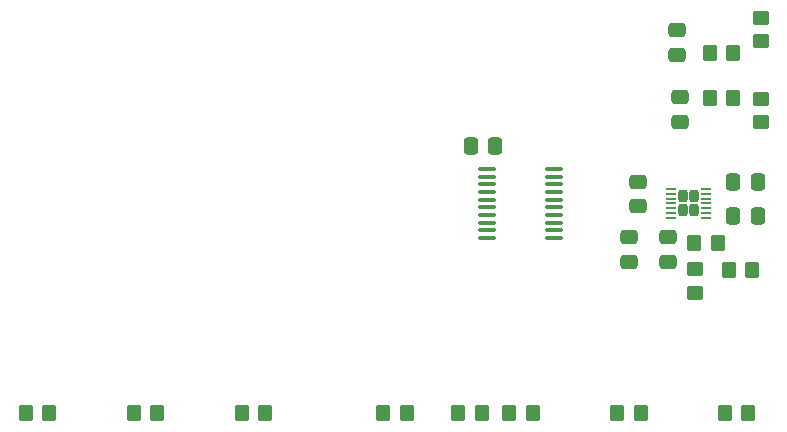
<source format=gbp>
%TF.GenerationSoftware,KiCad,Pcbnew,(6.0.6)*%
%TF.CreationDate,2022-06-26T20:30:04-07:00*%
%TF.ProjectId,led_controller-rounded,6c65645f-636f-46e7-9472-6f6c6c65722d,rev?*%
%TF.SameCoordinates,Original*%
%TF.FileFunction,Paste,Bot*%
%TF.FilePolarity,Positive*%
%FSLAX46Y46*%
G04 Gerber Fmt 4.6, Leading zero omitted, Abs format (unit mm)*
G04 Created by KiCad (PCBNEW (6.0.6)) date 2022-06-26 20:30:04*
%MOMM*%
%LPD*%
G01*
G04 APERTURE LIST*
G04 Aperture macros list*
%AMRoundRect*
0 Rectangle with rounded corners*
0 $1 Rounding radius*
0 $2 $3 $4 $5 $6 $7 $8 $9 X,Y pos of 4 corners*
0 Add a 4 corners polygon primitive as box body*
4,1,4,$2,$3,$4,$5,$6,$7,$8,$9,$2,$3,0*
0 Add four circle primitives for the rounded corners*
1,1,$1+$1,$2,$3*
1,1,$1+$1,$4,$5*
1,1,$1+$1,$6,$7*
1,1,$1+$1,$8,$9*
0 Add four rect primitives between the rounded corners*
20,1,$1+$1,$2,$3,$4,$5,0*
20,1,$1+$1,$4,$5,$6,$7,0*
20,1,$1+$1,$6,$7,$8,$9,0*
20,1,$1+$1,$8,$9,$2,$3,0*%
G04 Aperture macros list end*
%ADD10RoundRect,0.250000X-0.350000X-0.450000X0.350000X-0.450000X0.350000X0.450000X-0.350000X0.450000X0*%
%ADD11RoundRect,0.250000X0.450000X-0.350000X0.450000X0.350000X-0.450000X0.350000X-0.450000X-0.350000X0*%
%ADD12RoundRect,0.250000X0.475000X-0.337500X0.475000X0.337500X-0.475000X0.337500X-0.475000X-0.337500X0*%
%ADD13RoundRect,0.250000X-0.475000X0.337500X-0.475000X-0.337500X0.475000X-0.337500X0.475000X0.337500X0*%
%ADD14RoundRect,0.250000X-0.337500X-0.475000X0.337500X-0.475000X0.337500X0.475000X-0.337500X0.475000X0*%
%ADD15RoundRect,0.250000X0.350000X0.450000X-0.350000X0.450000X-0.350000X-0.450000X0.350000X-0.450000X0*%
%ADD16RoundRect,0.192500X-0.192500X-0.317500X0.192500X-0.317500X0.192500X0.317500X-0.192500X0.317500X0*%
%ADD17RoundRect,0.050000X-0.337500X-0.050000X0.337500X-0.050000X0.337500X0.050000X-0.337500X0.050000X0*%
%ADD18RoundRect,0.250000X-0.450000X0.350000X-0.450000X-0.350000X0.450000X-0.350000X0.450000X0.350000X0*%
%ADD19RoundRect,0.100000X0.637500X0.100000X-0.637500X0.100000X-0.637500X-0.100000X0.637500X-0.100000X0*%
%ADD20RoundRect,0.250000X0.337500X0.475000X-0.337500X0.475000X-0.337500X-0.475000X0.337500X-0.475000X0*%
G04 APERTURE END LIST*
D10*
X113046000Y-123952000D03*
X115046000Y-123952000D03*
X134144000Y-123952000D03*
X136144000Y-123952000D03*
D11*
X166116000Y-99298000D03*
X166116000Y-97298000D03*
D10*
X161814000Y-93472000D03*
X163814000Y-93472000D03*
D12*
X155765000Y-106402500D03*
X155765000Y-104327500D03*
D13*
X158242000Y-109026500D03*
X158242000Y-111101500D03*
D11*
X160591000Y-113742000D03*
X160591000Y-111742000D03*
D14*
X163808500Y-104394000D03*
X165883500Y-104394000D03*
D10*
X103902000Y-123952000D03*
X105902000Y-123952000D03*
D15*
X146812000Y-123952000D03*
X144812000Y-123952000D03*
D16*
X159575000Y-106762000D03*
X159575000Y-105582000D03*
X160465000Y-106762000D03*
X160465000Y-105582000D03*
D17*
X158532500Y-107372000D03*
X158532500Y-106972000D03*
X158532500Y-106572000D03*
X158532500Y-106172000D03*
X158532500Y-105772000D03*
X158532500Y-105372000D03*
X158532500Y-104972000D03*
X161507500Y-104972000D03*
X161507500Y-105372000D03*
X161507500Y-105772000D03*
X161507500Y-106172000D03*
X161507500Y-106572000D03*
X161507500Y-106972000D03*
X161507500Y-107372000D03*
D18*
X166116000Y-90440000D03*
X166116000Y-92440000D03*
D19*
X148658500Y-103247000D03*
X148658500Y-103897000D03*
X148658500Y-104547000D03*
X148658500Y-105197000D03*
X148658500Y-105847000D03*
X148658500Y-106497000D03*
X148658500Y-107147000D03*
X148658500Y-107797000D03*
X148658500Y-108447000D03*
X148658500Y-109097000D03*
X142933500Y-109097000D03*
X142933500Y-108447000D03*
X142933500Y-107797000D03*
X142933500Y-107147000D03*
X142933500Y-106497000D03*
X142933500Y-105847000D03*
X142933500Y-105197000D03*
X142933500Y-104547000D03*
X142933500Y-103897000D03*
X142933500Y-103247000D03*
D20*
X143637000Y-101346000D03*
X141562000Y-101346000D03*
D15*
X165084000Y-123952000D03*
X163084000Y-123952000D03*
X163814000Y-97282000D03*
X161814000Y-97282000D03*
D12*
X159258000Y-99249500D03*
X159258000Y-97174500D03*
D10*
X160491000Y-109556000D03*
X162491000Y-109556000D03*
D12*
X154940000Y-111101500D03*
X154940000Y-109026500D03*
D15*
X165401000Y-111842000D03*
X163401000Y-111842000D03*
X155956000Y-123952000D03*
X153956000Y-123952000D03*
D10*
X122190000Y-123952000D03*
X124190000Y-123952000D03*
D20*
X165883500Y-107270000D03*
X163808500Y-107270000D03*
D13*
X159004000Y-91504500D03*
X159004000Y-93579500D03*
D10*
X140494000Y-123952000D03*
X142494000Y-123952000D03*
M02*

</source>
